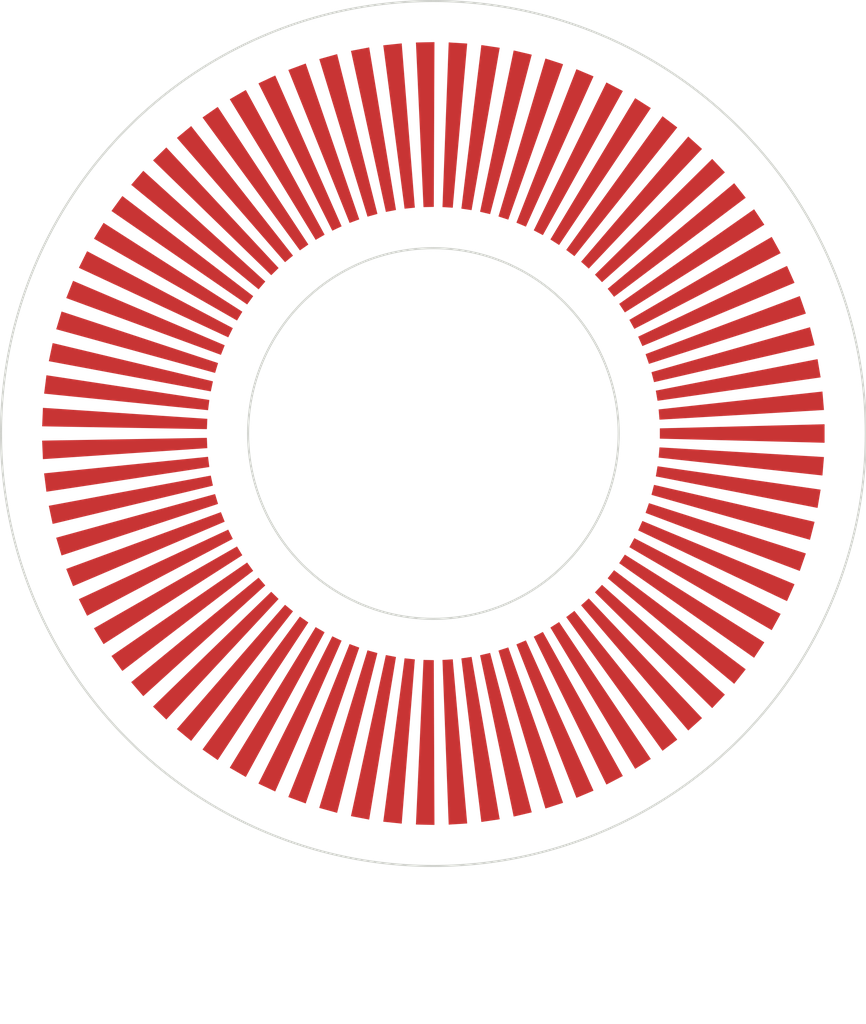
<source format=kicad_pcb>
(kicad_pcb (version 20241229) (generator "pcbnew") (generator_version "9.0")
  (layers (0 "F.Cu" signal) (2 "B.Cu" signal) (13 "F.Paste" user) (15 "B.Paste" user) (5 "F.SilkS" user "F.Silkscreen") (7 "B.SilkS" user "B.Silkscreen") (1 "F.Mask" user) (3 "B.Mask" user) (25 "Edge.Cuts" user))
  (net 0 "")
  (footprint "mylib:encoder_disk" (layer "F.Cu") (at 150 100)
    (property "Reference" "REF**" (hide yes))
    (property "Value" "encoder_disk")
    (fp_circle (center 0 0) (end 4.5 0) (stroke (width 0.05)) (fill no) (layer "Edge.Cuts"))
    (fp_circle (center 0 0) (end 10.5 0) (stroke (width 0.05)) (fill no) (layer "Edge.Cuts"))
    (pad "1" smd trapezoid (at -7.494094 0.314095 272.4) (size 0.35 4) (rect_delta 0 0.1) (layers "F.Cu" "F.Mask" "F.Paste"))
    (pad "1" smd trapezoid (at -7.336779 1.559366 282) (size 0.35 4) (rect_delta 0 0.1) (layers "F.Cu" "F.Mask" "F.Paste"))
    (pad "1" smd trapezoid (at -6.415302 -3.885871 238.8) (size 0.35 4) (rect_delta 0 0.1) (layers "F.Cu" "F.Mask" "F.Paste"))
    (pad "1" smd trapezoid (at -4.281024 6.158647 325.2) (size 0.35 4) (rect_delta 0 0.1) (layers "F.Cu" "F.Mask" "F.Paste"))
    (pad "1" smd trapezoid (at -2.01697 -7.224388 195.6) (size 0.35 4) (rect_delta 0 0.1) (layers "F.Cu" "F.Mask" "F.Paste"))
    (pad "1" smd trapezoid (at -0.784035 -7.459583 186) (size 0.35 4) (rect_delta 0 0.1) (layers "F.Cu" "F.Mask" "F.Paste"))
    (pad "1" smd trapezoid (at -0.784035 7.459583 354) (size 0.35 4) (rect_delta 0 0.1) (layers "F.Cu" "F.Mask" "F.Paste"))
    (pad "1" smd trapezoid (at 0.470858 7.485869 3.6) (size 0.35 4) (rect_delta 0 0.1) (layers "F.Cu" "F.Mask" "F.Paste"))
    (pad "1" smd trapezoid (at 4.534493 -5.973974 142.8) (size 0.35 4) (rect_delta 0 0.1) (layers "F.Cu" "F.Mask" "F.Paste"))
    (pad "1" smd trapezoid (at 5.467194 5.134772 46.8) (size 0.35 4) (rect_delta 0 0.1) (layers "F.Cu" "F.Mask" "F.Paste"))
    (pad "1" smd trapezoid (at 7.39497 -1.250766 99.6) (size 0.35 4) (rect_delta 0 0.1) (layers "F.Cu" "F.Mask" "F.Paste"))
    (pad "1" smd trapezoid (at 7.5 0 90) (size 0.35 4) (rect_delta 0 0.1) (layers "F.Cu" "F.Mask" "F.Paste"))
    (pad "2" smd trapezoid (at -7.441533 0.940028 277.2) (size 0.35 4) (rect_delta 0 0.1) (layers "F.Cu" "F.Mask" "F.Paste"))
    (pad "2" smd trapezoid (at -1.40543 -7.367823 190.8) (size 0.35 4) (rect_delta 0 0.1) (layers "F.Cu" "F.Mask" "F.Paste"))
    (pad "2" smd trapezoid (at -0.157139 7.499024 358.8) (size 0.35 4) (rect_delta 0 0.1) (layers "F.Cu" "F.Mask" "F.Paste"))
    (pad "2" smd trapezoid (at 7.473696 -0.627584 94.8) (size 0.35 4) (rect_delta 0 0.1) (layers "F.Cu" "F.Mask" "F.Paste"))
    (pad "3" smd trapezoid (at -6.067697 -4.40906 234) (size 0.35 4) (rect_delta 0 0.1) (layers "F.Cu" "F.Mask" "F.Paste"))
    (pad "3" smd trapezoid (at -4.781353 5.778878 320.4) (size 0.35 4) (rect_delta 0 0.1) (layers "F.Cu" "F.Mask" "F.Paste"))
    (pad "3" smd trapezoid (at 5.018409 5.574256 42) (size 0.35 4) (rect_delta 0 0.1) (layers "F.Cu" "F.Mask" "F.Paste"))
    (pad "3" smd trapezoid (at 5.01848 -5.573586 138) (size 0.35 4) (rect_delta 0 0.1) (layers "F.Cu" "F.Mask" "F.Paste"))
    (pad "4" smd trapezoid (at -5.677533 -4.901325 229.2) (size 0.35 4) (rect_delta 0 0.1) (layers "F.Cu" "F.Mask" "F.Paste"))
    (pad "4" smd trapezoid (at -5.248148 5.358573 315.6) (size 0.35 4) (rect_delta 0 0.1) (layers "F.Cu" "F.Mask" "F.Paste"))
    (pad "4" smd trapezoid (at 4.534423 5.974644 37.2) (size 0.35 4) (rect_delta 0 0.1) (layers "F.Cu" "F.Mask" "F.Paste"))
    (pad "4" smd trapezoid (at 5.467265 -5.134103 133.2) (size 0.35 4) (rect_delta 0 0.1) (layers "F.Cu" "F.Mask" "F.Paste"))
    (pad "5" smd trapezoid (at -5.678135 4.900683 310.8) (size 0.35 4) (rect_delta 0 0.1) (layers "F.Cu" "F.Mask" "F.Paste"))
    (pad "5" smd trapezoid (at -5.247545 -5.359214 224.4) (size 0.35 4) (rect_delta 0 0.1) (layers "F.Cu" "F.Mask" "F.Paste"))
    (pad "5" smd trapezoid (at 4.01863 6.333129 32.4) (size 0.35 4) (rect_delta 0 0.1) (layers "F.Cu" "F.Mask" "F.Paste"))
    (pad "5" smd trapezoid (at 5.877701 -4.658608 128.4) (size 0.35 4) (rect_delta 0 0.1) (layers "F.Cu" "F.Mask" "F.Paste"))
    (pad "6" smd trapezoid (at -6.0683 4.408418 306) (size 0.35 4) (rect_delta 0 0.1) (layers "F.Cu" "F.Mask" "F.Paste"))
    (pad "6" smd trapezoid (at -4.780751 -5.779519 219.6) (size 0.35 4) (rect_delta 0 0.1) (layers "F.Cu" "F.Mask" "F.Paste"))
    (pad "6" smd trapezoid (at 3.474651 6.647195 27.6) (size 0.35 4) (rect_delta 0 0.1) (layers "F.Cu" "F.Mask" "F.Paste"))
    (pad "6" smd trapezoid (at 6.246909 -4.150437 123.6) (size 0.35 4) (rect_delta 0 0.1) (layers "F.Cu" "F.Mask" "F.Paste"))
    (pad "7" smd trapezoid (at -6.415904 3.885232 301.2) (size 0.35 4) (rect_delta 0 0.1) (layers "F.Cu" "F.Mask" "F.Paste"))
    (pad "7" smd trapezoid (at -4.280422 -6.159288 214.8) (size 0.35 4) (rect_delta 0 0.1) (layers "F.Cu" "F.Mask" "F.Paste"))
    (pad "7" smd trapezoid (at 2.906297 6.914643 22.8) (size 0.35 4) (rect_delta 0 0.1) (layers "F.Cu" "F.Mask" "F.Paste"))
    (pad "7" smd trapezoid (at 6.5723 -3.613153 118.8) (size 0.35 4) (rect_delta 0 0.1) (layers "F.Cu" "F.Mask" "F.Paste"))
    (pad "8" smd trapezoid (at -6.718511 3.334792 296.4) (size 0.35 4) (rect_delta 0 0.1) (layers "F.Cu" "F.Mask" "F.Paste"))
    (pad "8" smd trapezoid (at -3.75007 -6.49586 210) (size 0.35 4) (rect_delta 0 0.1) (layers "F.Cu" "F.Mask" "F.Paste"))
    (pad "8" smd trapezoid (at 2.317558 7.133593 18) (size 0.35 4) (rect_delta 0 0.1) (layers "F.Cu" "F.Mask" "F.Paste"))
    (pad "8" smd trapezoid (at 6.851591 -3.050525 114) (size 0.35 4) (rect_delta 0 0.1) (layers "F.Cu" "F.Mask" "F.Paste"))
    (pad "9" smd trapezoid (at -6.973996 2.760963 291.6) (size 0.35 4) (rect_delta 0 0.1) (layers "F.Cu" "F.Mask" "F.Paste"))
    (pad "9" smd trapezoid (at -3.193415 -6.786873 205.2) (size 0.35 4) (rect_delta 0 0.1) (layers "F.Cu" "F.Mask" "F.Paste"))
    (pad "9" smd trapezoid (at 1.712561 7.302512 13.2) (size 0.35 4) (rect_delta 0 0.1) (layers "F.Cu" "F.Mask" "F.Paste"))
    (pad "9" smd trapezoid (at 7.082823 -2.4665 109.2) (size 0.35 4) (rect_delta 0 0.1) (layers "F.Cu" "F.Mask" "F.Paste"))
    (pad "10" smd trapezoid (at 7.264374 -1.865174 104.4) (size 0.35 4) (rect_delta 0 0.1) (layers "F.Cu" "F.Mask" "F.Paste"))
    (pad "11" smd trapezoid (at -7.180569 2.167767 286.8) (size 0.35 4) (rect_delta 0 0.1) (layers "F.Cu" "F.Mask" "F.Paste"))
    (pad "11" smd trapezoid (at -2.614362 -7.030285 200.4) (size 0.35 4) (rect_delta 0 0.1) (layers "F.Cu" "F.Mask" "F.Paste"))
    (pad "11" smd trapezoid (at 1.095552 7.420212 8.4) (size 0.35 4) (rect_delta 0 0.1) (layers "F.Cu" "F.Mask" "F.Paste"))
    (pad "12" smd trapezoid (at -0.157068 -7.498355 181.2) (size 0.35 4) (rect_delta 0 0.1) (layers "F.Cu" "F.Mask" "F.Paste"))
    (pad "12" smd trapezoid (at 7.473626 0.628254 85.2) (size 0.35 4) (rect_delta 0 0.1) (layers "F.Cu" "F.Mask" "F.Paste"))
    (pad "13" smd trapezoid (at 0.470929 -7.4852 176.4) (size 0.35 4) (rect_delta 0 0.1) (layers "F.Cu" "F.Mask" "F.Paste"))
    (pad "13" smd trapezoid (at 7.3949 1.251435 80.4) (size 0.35 4) (rect_delta 0 0.1) (layers "F.Cu" "F.Mask" "F.Paste"))
    (pad "14" smd trapezoid (at -7.493491 -0.314737 267.6) (size 0.35 4) (rect_delta 0 0.1) (layers "F.Cu" "F.Mask" "F.Paste"))
    (pad "14" smd trapezoid (at 1.095623 -7.419542 171.6) (size 0.35 4) (rect_delta 0 0.1) (layers "F.Cu" "F.Mask" "F.Paste"))
    (pad "14" smd trapezoid (at 7.264303 1.865844 75.6) (size 0.35 4) (rect_delta 0 0.1) (layers "F.Cu" "F.Mask" "F.Paste"))
    (pad "15" smd trapezoid (at -7.440931 -0.940669 262.8) (size 0.35 4) (rect_delta 0 0.1) (layers "F.Cu" "F.Mask" "F.Paste"))
    (pad "15" smd trapezoid (at -1.406033 7.367182 349.2) (size 0.35 4) (rect_delta 0 0.1) (layers "F.Cu" "F.Mask" "F.Paste"))
    (pad "15" smd trapezoid (at 1.712632 -7.301842 166.8) (size 0.35 4) (rect_delta 0 0.1) (layers "F.Cu" "F.Mask" "F.Paste"))
    (pad "15" smd trapezoid (at 7.082752 2.46717 70.8) (size 0.35 4) (rect_delta 0 0.1) (layers "F.Cu" "F.Mask" "F.Paste"))
    (pad "16" smd trapezoid (at -7.336178 -1.560007 258) (size 0.35 4) (rect_delta 0 0.1) (layers "F.Cu" "F.Mask" "F.Paste"))
    (pad "16" smd trapezoid (at -2.017571 7.223747 344.4) (size 0.35 4) (rect_delta 0 0.1) (layers "F.Cu" "F.Mask" "F.Paste"))
    (pad "16" smd trapezoid (at 2.317627 -7.132924 162) (size 0.35 4) (rect_delta 0 0.1) (layers "F.Cu" "F.Mask" "F.Paste"))
    (pad "16" smd trapezoid (at 6.851521 3.051194 66) (size 0.35 4) (rect_delta 0 0.1) (layers "F.Cu" "F.Mask" "F.Paste"))
    (pad "17" smd trapezoid (at -7.179966 -2.168408 253.2) (size 0.35 4) (rect_delta 0 0.1) (layers "F.Cu" "F.Mask" "F.Paste"))
    (pad "17" smd trapezoid (at -2.614963 7.029643 339.6) (size 0.35 4) (rect_delta 0 0.1) (layers "F.Cu" "F.Mask" "F.Paste"))
    (pad "17" smd trapezoid (at 2.906367 -6.913974 157.2) (size 0.35 4) (rect_delta 0 0.1) (layers "F.Cu" "F.Mask" "F.Paste"))
    (pad "17" smd trapezoid (at 6.57223 3.613822 61.2) (size 0.35 4) (rect_delta 0 0.1) (layers "F.Cu" "F.Mask" "F.Paste"))
    (pad "18" smd trapezoid (at -6.973394 -2.761603 248.4) (size 0.35 4) (rect_delta 0 0.1) (layers "F.Cu" "F.Mask" "F.Paste"))
    (pad "18" smd trapezoid (at -3.194016 6.786231 334.8) (size 0.35 4) (rect_delta 0 0.1) (layers "F.Cu" "F.Mask" "F.Paste"))
    (pad "18" smd trapezoid (at 3.47472 -6.646527 152.4) (size 0.35 4) (rect_delta 0 0.1) (layers "F.Cu" "F.Mask" "F.Paste"))
    (pad "18" smd trapezoid (at 6.24684 4.151105 56.4) (size 0.35 4) (rect_delta 0 0.1) (layers "F.Cu" "F.Mask" "F.Paste"))
    (pad "19" smd trapezoid (at -6.717907 -3.335433 243.6) (size 0.35 4) (rect_delta 0 0.1) (layers "F.Cu" "F.Mask" "F.Paste"))
    (pad "19" smd trapezoid (at -3.750672 6.495219 330) (size 0.35 4) (rect_delta 0 0.1) (layers "F.Cu" "F.Mask" "F.Paste"))
    (pad "19" smd trapezoid (at 4.018701 -6.332459 147.6) (size 0.35 4) (rect_delta 0 0.1) (layers "F.Cu" "F.Mask" "F.Paste"))
    (pad "19" smd trapezoid (at 5.87763 4.659278 51.6) (size 0.35 4) (rect_delta 0 0.1) (layers "F.Cu" "F.Mask" "F.Paste"))
  )
)
</source>
